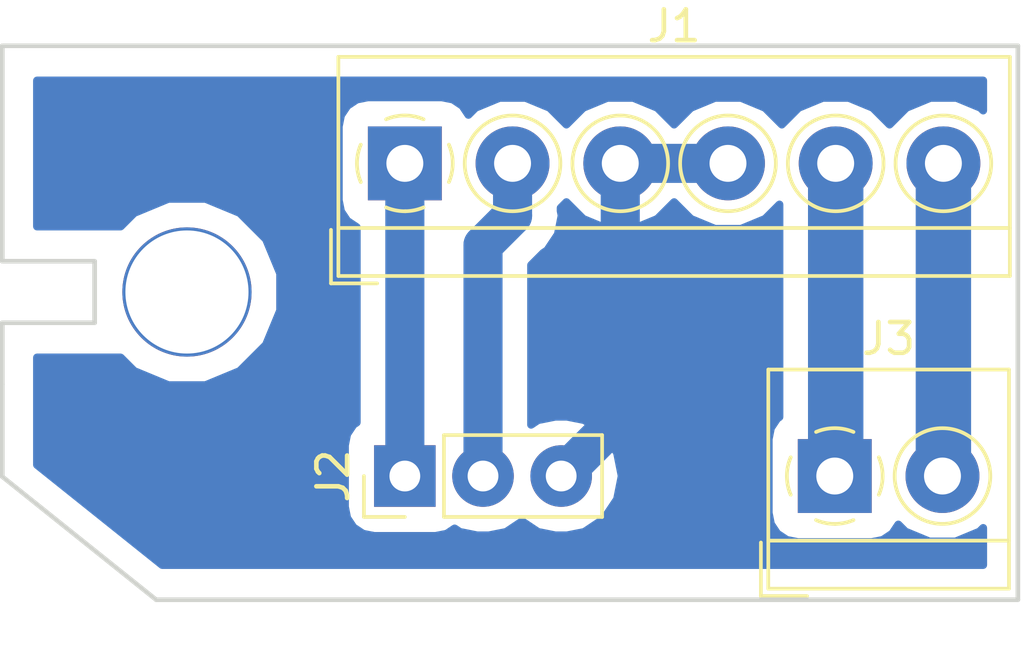
<source format=kicad_pcb>
(kicad_pcb (version 20171130) (host pcbnew "(5.0.1)-4")

  (general
    (thickness 1.6)
    (drawings 10)
    (tracks 13)
    (zones 0)
    (modules 3)
    (nets 6)
  )

  (page A4)
  (layers
    (0 F.Cu signal)
    (31 B.Cu signal)
    (32 B.Adhes user)
    (33 F.Adhes user)
    (34 B.Paste user)
    (35 F.Paste user)
    (36 B.SilkS user)
    (37 F.SilkS user)
    (38 B.Mask user)
    (39 F.Mask user)
    (40 Dwgs.User user)
    (41 Cmts.User user)
    (42 Eco1.User user)
    (43 Eco2.User user)
    (44 Edge.Cuts user)
    (45 Margin user)
    (46 B.CrtYd user)
    (47 F.CrtYd user)
    (48 B.Fab user)
    (49 F.Fab user)
  )

  (setup
    (last_trace_width 1.27)
    (trace_clearance 0.8)
    (zone_clearance 0.508)
    (zone_45_only no)
    (trace_min 0.2)
    (segment_width 0.2)
    (edge_width 0.15)
    (via_size 0.8)
    (via_drill 0.4)
    (via_min_size 0.4)
    (via_min_drill 0.3)
    (uvia_size 0.3)
    (uvia_drill 0.1)
    (uvias_allowed no)
    (uvia_min_size 0.2)
    (uvia_min_drill 0.1)
    (pcb_text_width 0.3)
    (pcb_text_size 1.5 1.5)
    (mod_edge_width 0.15)
    (mod_text_size 1 1)
    (mod_text_width 0.15)
    (pad_size 1.524 1.524)
    (pad_drill 0.762)
    (pad_to_mask_clearance 0.051)
    (solder_mask_min_width 0.25)
    (aux_axis_origin 119 98)
    (visible_elements 7FFFFFFF)
    (pcbplotparams
      (layerselection 0x01000_fffffffe)
      (usegerberextensions false)
      (usegerberattributes false)
      (usegerberadvancedattributes false)
      (creategerberjobfile false)
      (excludeedgelayer true)
      (linewidth 0.100000)
      (plotframeref false)
      (viasonmask false)
      (mode 1)
      (useauxorigin true)
      (hpglpennumber 1)
      (hpglpenspeed 20)
      (hpglpendiameter 15.000000)
      (psnegative false)
      (psa4output false)
      (plotreference true)
      (plotvalue true)
      (plotinvisibletext false)
      (padsonsilk false)
      (subtractmaskfromsilk false)
      (outputformat 1)
      (mirror false)
      (drillshape 0)
      (scaleselection 1)
      (outputdirectory "C:/Users/fabri/OneDrive/GitHub/Solar-connected-greenhouse/electronic_cards/Vmc_card/Vmc_card/"))
  )

  (net 0 "")
  (net 1 GND)
  (net 2 +24V)
  (net 3 "Net-(J1-Pad1)")
  (net 4 "Net-(J1-Pad2)")
  (net 5 "Net-(J1-Pad5)")

  (net_class Default "Ceci est la Netclass par défaut."
    (clearance 0.8)
    (trace_width 1.27)
    (via_dia 0.8)
    (via_drill 0.4)
    (uvia_dia 0.3)
    (uvia_drill 0.1)
    (add_net +24V)
    (add_net GND)
    (add_net "Net-(J1-Pad1)")
    (add_net "Net-(J1-Pad2)")
    (add_net "Net-(J1-Pad5)")
  )

  (module Connector_PinHeader_2.54mm:PinHeader_1x03_P2.54mm_Vertical (layer F.Cu) (tedit 5E2C569E) (tstamp 5E369827)
    (at 132.08 93.98 90)
    (descr "Through hole straight pin header, 1x03, 2.54mm pitch, single row")
    (tags "Through hole pin header THT 1x03 2.54mm single row")
    (path /5E2A0450)
    (fp_text reference J2 (at 0 -2.33 90) (layer F.SilkS)
      (effects (font (size 1 1) (thickness 0.15)))
    )
    (fp_text value Servo_flap (at 0 7.41 90) (layer F.Fab)
      (effects (font (size 1 1) (thickness 0.15)))
    )
    (fp_line (start -0.635 -1.27) (end 1.27 -1.27) (layer F.Fab) (width 0.1))
    (fp_line (start 1.27 -1.27) (end 1.27 6.35) (layer F.Fab) (width 0.1))
    (fp_line (start 1.27 6.35) (end -1.27 6.35) (layer F.Fab) (width 0.1))
    (fp_line (start -1.27 6.35) (end -1.27 -0.635) (layer F.Fab) (width 0.1))
    (fp_line (start -1.27 -0.635) (end -0.635 -1.27) (layer F.Fab) (width 0.1))
    (fp_line (start -1.33 6.41) (end 1.33 6.41) (layer F.SilkS) (width 0.12))
    (fp_line (start -1.33 1.27) (end -1.33 6.41) (layer F.SilkS) (width 0.12))
    (fp_line (start 1.33 1.27) (end 1.33 6.41) (layer F.SilkS) (width 0.12))
    (fp_line (start -1.33 1.27) (end 1.33 1.27) (layer F.SilkS) (width 0.12))
    (fp_line (start -1.33 0) (end -1.33 -1.33) (layer F.SilkS) (width 0.12))
    (fp_line (start -1.33 -1.33) (end 0 -1.33) (layer F.SilkS) (width 0.12))
    (fp_line (start -1.8 -1.8) (end -1.8 6.85) (layer F.CrtYd) (width 0.05))
    (fp_line (start -1.8 6.85) (end 1.8 6.85) (layer F.CrtYd) (width 0.05))
    (fp_line (start 1.8 6.85) (end 1.8 -1.8) (layer F.CrtYd) (width 0.05))
    (fp_line (start 1.8 -1.8) (end -1.8 -1.8) (layer F.CrtYd) (width 0.05))
    (fp_text user %R (at 0 2.54 180) (layer F.Fab)
      (effects (font (size 1 1) (thickness 0.15)))
    )
    (pad 1 thru_hole rect (at 0 0 90) (size 2 2) (drill 1) (layers *.Cu *.Mask)
      (net 3 "Net-(J1-Pad1)"))
    (pad 2 thru_hole oval (at 0 2.54 90) (size 2 2) (drill 1) (layers *.Cu *.Mask)
      (net 4 "Net-(J1-Pad2)"))
    (pad 3 thru_hole oval (at 0 5.08 90) (size 2 2) (drill 1) (layers *.Cu *.Mask)
      (net 1 GND))
    (model ${KISYS3DMOD}/Connector_PinHeader_2.54mm.3dshapes/PinHeader_1x03_P2.54mm_Vertical.wrl
      (at (xyz 0 0 0))
      (scale (xyz 1 1 1))
      (rotate (xyz 0 0 0))
    )
  )

  (module TerminalBlock_4Ucon:TerminalBlock_4Ucon_1x02_P3.50mm_Horizontal (layer F.Cu) (tedit 5B294E91) (tstamp 5E36985F)
    (at 146.05 93.98)
    (descr "Terminal Block 4Ucon ItemNo. 19963, 2 pins, pitch 3.5mm, size 7.7x7mm^2, drill diamater 1.2mm, pad diameter 2.4mm, see http://www.4uconnector.com/online/object/4udrawing/19963.pdf, script-generated using https://github.com/pointhi/kicad-footprint-generator/scripts/TerminalBlock_4Ucon")
    (tags "THT Terminal Block 4Ucon ItemNo. 19963 pitch 3.5mm size 7.7x7mm^2 drill 1.2mm pad 2.4mm")
    (path /5E2A0582)
    (fp_text reference J3 (at 1.75 -4.46) (layer F.SilkS)
      (effects (font (size 1 1) (thickness 0.15)))
    )
    (fp_text value Fan (at 1.75 4.66) (layer F.Fab)
      (effects (font (size 1 1) (thickness 0.15)))
    )
    (fp_text user %R (at 1.75 2.9) (layer F.Fab)
      (effects (font (size 1 1) (thickness 0.15)))
    )
    (fp_line (start 6.1 -3.9) (end -2.6 -3.9) (layer F.CrtYd) (width 0.05))
    (fp_line (start 6.1 4.1) (end 6.1 -3.9) (layer F.CrtYd) (width 0.05))
    (fp_line (start -2.6 4.1) (end 6.1 4.1) (layer F.CrtYd) (width 0.05))
    (fp_line (start -2.6 -3.9) (end -2.6 4.1) (layer F.CrtYd) (width 0.05))
    (fp_line (start -2.4 3.9) (end -0.9 3.9) (layer F.SilkS) (width 0.12))
    (fp_line (start -2.4 2.16) (end -2.4 3.9) (layer F.SilkS) (width 0.12))
    (fp_line (start 2.4 0.069) (end 2.4 -0.069) (layer F.Fab) (width 0.1))
    (fp_line (start 3.431 0.069) (end 2.4 0.069) (layer F.Fab) (width 0.1))
    (fp_line (start 3.431 1.1) (end 3.431 0.069) (layer F.Fab) (width 0.1))
    (fp_line (start 3.569 1.1) (end 3.431 1.1) (layer F.Fab) (width 0.1))
    (fp_line (start 3.569 0.069) (end 3.569 1.1) (layer F.Fab) (width 0.1))
    (fp_line (start 4.6 0.069) (end 3.569 0.069) (layer F.Fab) (width 0.1))
    (fp_line (start 4.6 -0.069) (end 4.6 0.069) (layer F.Fab) (width 0.1))
    (fp_line (start 3.569 -0.069) (end 4.6 -0.069) (layer F.Fab) (width 0.1))
    (fp_line (start 3.569 -1.1) (end 3.569 -0.069) (layer F.Fab) (width 0.1))
    (fp_line (start 3.431 -1.1) (end 3.569 -1.1) (layer F.Fab) (width 0.1))
    (fp_line (start 3.431 -0.069) (end 3.431 -1.1) (layer F.Fab) (width 0.1))
    (fp_line (start 2.4 -0.069) (end 3.431 -0.069) (layer F.Fab) (width 0.1))
    (fp_line (start -1.1 0.069) (end -1.1 -0.069) (layer F.Fab) (width 0.1))
    (fp_line (start -0.069 0.069) (end -1.1 0.069) (layer F.Fab) (width 0.1))
    (fp_line (start -0.069 1.1) (end -0.069 0.069) (layer F.Fab) (width 0.1))
    (fp_line (start 0.069 1.1) (end -0.069 1.1) (layer F.Fab) (width 0.1))
    (fp_line (start 0.069 0.069) (end 0.069 1.1) (layer F.Fab) (width 0.1))
    (fp_line (start 1.1 0.069) (end 0.069 0.069) (layer F.Fab) (width 0.1))
    (fp_line (start 1.1 -0.069) (end 1.1 0.069) (layer F.Fab) (width 0.1))
    (fp_line (start 0.069 -0.069) (end 1.1 -0.069) (layer F.Fab) (width 0.1))
    (fp_line (start 0.069 -1.1) (end 0.069 -0.069) (layer F.Fab) (width 0.1))
    (fp_line (start -0.069 -1.1) (end 0.069 -1.1) (layer F.Fab) (width 0.1))
    (fp_line (start -0.069 -0.069) (end -0.069 -1.1) (layer F.Fab) (width 0.1))
    (fp_line (start -1.1 -0.069) (end -0.069 -0.069) (layer F.Fab) (width 0.1))
    (fp_line (start 5.66 -3.46) (end 5.66 3.66) (layer F.SilkS) (width 0.12))
    (fp_line (start -2.16 -3.46) (end -2.16 3.66) (layer F.SilkS) (width 0.12))
    (fp_line (start -2.16 3.66) (end 5.66 3.66) (layer F.SilkS) (width 0.12))
    (fp_line (start -2.16 -3.46) (end 5.66 -3.46) (layer F.SilkS) (width 0.12))
    (fp_line (start -2.16 2.1) (end 5.66 2.1) (layer F.SilkS) (width 0.12))
    (fp_line (start -2.1 2.1) (end 5.6 2.1) (layer F.Fab) (width 0.1))
    (fp_line (start -2.1 2.1) (end -2.1 -3.4) (layer F.Fab) (width 0.1))
    (fp_line (start -0.6 3.6) (end -2.1 2.1) (layer F.Fab) (width 0.1))
    (fp_line (start 5.6 3.6) (end -0.6 3.6) (layer F.Fab) (width 0.1))
    (fp_line (start 5.6 -3.4) (end 5.6 3.6) (layer F.Fab) (width 0.1))
    (fp_line (start -2.1 -3.4) (end 5.6 -3.4) (layer F.Fab) (width 0.1))
    (fp_circle (center 3.5 0) (end 5.055 0) (layer F.SilkS) (width 0.12))
    (fp_circle (center 3.5 0) (end 4.875 0) (layer F.Fab) (width 0.1))
    (fp_circle (center 0 0) (end 1.375 0) (layer F.Fab) (width 0.1))
    (fp_arc (start 0 0) (end -0.608 1.432) (angle -24) (layer F.SilkS) (width 0.12))
    (fp_arc (start 0 0) (end -1.432 -0.608) (angle -46) (layer F.SilkS) (width 0.12))
    (fp_arc (start 0 0) (end 0.608 -1.432) (angle -46) (layer F.SilkS) (width 0.12))
    (fp_arc (start 0 0) (end 1.432 0.608) (angle -46) (layer F.SilkS) (width 0.12))
    (fp_arc (start 0 0) (end 0 1.555) (angle -23) (layer F.SilkS) (width 0.12))
    (pad 2 thru_hole circle (at 3.5 0) (size 2.4 2.4) (drill 1.2) (layers *.Cu *.Mask)
      (net 2 +24V))
    (pad 1 thru_hole rect (at 0 0) (size 2.4 2.4) (drill 1.2) (layers *.Cu *.Mask)
      (net 5 "Net-(J1-Pad5)"))
    (model ${KISYS3DMOD}/TerminalBlock_4Ucon.3dshapes/TerminalBlock_4Ucon_1x02_P3.50mm_Horizontal.wrl
      (at (xyz 0 0 0))
      (scale (xyz 1 1 1))
      (rotate (xyz 0 0 0))
    )
  )

  (module TerminalBlock_4Ucon:TerminalBlock_4Ucon_1x06_P3.50mm_Horizontal (layer F.Cu) (tedit 5B294E92) (tstamp 5E3A028A)
    (at 132.08 83.82)
    (descr "Terminal Block 4Ucon ItemNo. 19964, 6 pins, pitch 3.5mm, size 21.7x7mm^2, drill diamater 1.2mm, pad diameter 2.4mm, see http://www.4uconnector.com/online/object/4udrawing/19964.pdf, script-generated using https://github.com/pointhi/kicad-footprint-generator/scripts/TerminalBlock_4Ucon")
    (tags "THT Terminal Block 4Ucon ItemNo. 19964 pitch 3.5mm size 21.7x7mm^2 drill 1.2mm pad 2.4mm")
    (path /5E2A04F7)
    (fp_text reference J1 (at 8.75 -4.46) (layer F.SilkS)
      (effects (font (size 1 1) (thickness 0.15)))
    )
    (fp_text value Input (at 8.75 4.66) (layer F.Fab)
      (effects (font (size 1 1) (thickness 0.15)))
    )
    (fp_arc (start 0 0) (end 0 1.555) (angle -23) (layer F.SilkS) (width 0.12))
    (fp_arc (start 0 0) (end 1.432 0.608) (angle -46) (layer F.SilkS) (width 0.12))
    (fp_arc (start 0 0) (end 0.608 -1.432) (angle -46) (layer F.SilkS) (width 0.12))
    (fp_arc (start 0 0) (end -1.432 -0.608) (angle -46) (layer F.SilkS) (width 0.12))
    (fp_arc (start 0 0) (end -0.608 1.432) (angle -24) (layer F.SilkS) (width 0.12))
    (fp_circle (center 0 0) (end 1.375 0) (layer F.Fab) (width 0.1))
    (fp_circle (center 3.5 0) (end 4.875 0) (layer F.Fab) (width 0.1))
    (fp_circle (center 3.5 0) (end 5.055 0) (layer F.SilkS) (width 0.12))
    (fp_circle (center 7 0) (end 8.375 0) (layer F.Fab) (width 0.1))
    (fp_circle (center 7 0) (end 8.555 0) (layer F.SilkS) (width 0.12))
    (fp_circle (center 10.5 0) (end 11.875 0) (layer F.Fab) (width 0.1))
    (fp_circle (center 10.5 0) (end 12.055 0) (layer F.SilkS) (width 0.12))
    (fp_circle (center 14 0) (end 15.375 0) (layer F.Fab) (width 0.1))
    (fp_circle (center 14 0) (end 15.555 0) (layer F.SilkS) (width 0.12))
    (fp_circle (center 17.5 0) (end 18.875 0) (layer F.Fab) (width 0.1))
    (fp_circle (center 17.5 0) (end 19.055 0) (layer F.SilkS) (width 0.12))
    (fp_line (start -2.1 -3.4) (end 19.6 -3.4) (layer F.Fab) (width 0.1))
    (fp_line (start 19.6 -3.4) (end 19.6 3.6) (layer F.Fab) (width 0.1))
    (fp_line (start 19.6 3.6) (end -0.6 3.6) (layer F.Fab) (width 0.1))
    (fp_line (start -0.6 3.6) (end -2.1 2.1) (layer F.Fab) (width 0.1))
    (fp_line (start -2.1 2.1) (end -2.1 -3.4) (layer F.Fab) (width 0.1))
    (fp_line (start -2.1 2.1) (end 19.6 2.1) (layer F.Fab) (width 0.1))
    (fp_line (start -2.16 2.1) (end 19.66 2.1) (layer F.SilkS) (width 0.12))
    (fp_line (start -2.16 -3.46) (end 19.66 -3.46) (layer F.SilkS) (width 0.12))
    (fp_line (start -2.16 3.66) (end 19.66 3.66) (layer F.SilkS) (width 0.12))
    (fp_line (start -2.16 -3.46) (end -2.16 3.66) (layer F.SilkS) (width 0.12))
    (fp_line (start 19.66 -3.46) (end 19.66 3.66) (layer F.SilkS) (width 0.12))
    (fp_line (start -1.1 -0.069) (end -0.069 -0.069) (layer F.Fab) (width 0.1))
    (fp_line (start -0.069 -0.069) (end -0.069 -1.1) (layer F.Fab) (width 0.1))
    (fp_line (start -0.069 -1.1) (end 0.069 -1.1) (layer F.Fab) (width 0.1))
    (fp_line (start 0.069 -1.1) (end 0.069 -0.069) (layer F.Fab) (width 0.1))
    (fp_line (start 0.069 -0.069) (end 1.1 -0.069) (layer F.Fab) (width 0.1))
    (fp_line (start 1.1 -0.069) (end 1.1 0.069) (layer F.Fab) (width 0.1))
    (fp_line (start 1.1 0.069) (end 0.069 0.069) (layer F.Fab) (width 0.1))
    (fp_line (start 0.069 0.069) (end 0.069 1.1) (layer F.Fab) (width 0.1))
    (fp_line (start 0.069 1.1) (end -0.069 1.1) (layer F.Fab) (width 0.1))
    (fp_line (start -0.069 1.1) (end -0.069 0.069) (layer F.Fab) (width 0.1))
    (fp_line (start -0.069 0.069) (end -1.1 0.069) (layer F.Fab) (width 0.1))
    (fp_line (start -1.1 0.069) (end -1.1 -0.069) (layer F.Fab) (width 0.1))
    (fp_line (start 2.4 -0.069) (end 3.431 -0.069) (layer F.Fab) (width 0.1))
    (fp_line (start 3.431 -0.069) (end 3.431 -1.1) (layer F.Fab) (width 0.1))
    (fp_line (start 3.431 -1.1) (end 3.569 -1.1) (layer F.Fab) (width 0.1))
    (fp_line (start 3.569 -1.1) (end 3.569 -0.069) (layer F.Fab) (width 0.1))
    (fp_line (start 3.569 -0.069) (end 4.6 -0.069) (layer F.Fab) (width 0.1))
    (fp_line (start 4.6 -0.069) (end 4.6 0.069) (layer F.Fab) (width 0.1))
    (fp_line (start 4.6 0.069) (end 3.569 0.069) (layer F.Fab) (width 0.1))
    (fp_line (start 3.569 0.069) (end 3.569 1.1) (layer F.Fab) (width 0.1))
    (fp_line (start 3.569 1.1) (end 3.431 1.1) (layer F.Fab) (width 0.1))
    (fp_line (start 3.431 1.1) (end 3.431 0.069) (layer F.Fab) (width 0.1))
    (fp_line (start 3.431 0.069) (end 2.4 0.069) (layer F.Fab) (width 0.1))
    (fp_line (start 2.4 0.069) (end 2.4 -0.069) (layer F.Fab) (width 0.1))
    (fp_line (start 5.9 -0.069) (end 6.931 -0.069) (layer F.Fab) (width 0.1))
    (fp_line (start 6.931 -0.069) (end 6.931 -1.1) (layer F.Fab) (width 0.1))
    (fp_line (start 6.931 -1.1) (end 7.069 -1.1) (layer F.Fab) (width 0.1))
    (fp_line (start 7.069 -1.1) (end 7.069 -0.069) (layer F.Fab) (width 0.1))
    (fp_line (start 7.069 -0.069) (end 8.1 -0.069) (layer F.Fab) (width 0.1))
    (fp_line (start 8.1 -0.069) (end 8.1 0.069) (layer F.Fab) (width 0.1))
    (fp_line (start 8.1 0.069) (end 7.069 0.069) (layer F.Fab) (width 0.1))
    (fp_line (start 7.069 0.069) (end 7.069 1.1) (layer F.Fab) (width 0.1))
    (fp_line (start 7.069 1.1) (end 6.931 1.1) (layer F.Fab) (width 0.1))
    (fp_line (start 6.931 1.1) (end 6.931 0.069) (layer F.Fab) (width 0.1))
    (fp_line (start 6.931 0.069) (end 5.9 0.069) (layer F.Fab) (width 0.1))
    (fp_line (start 5.9 0.069) (end 5.9 -0.069) (layer F.Fab) (width 0.1))
    (fp_line (start 9.4 -0.069) (end 10.431 -0.069) (layer F.Fab) (width 0.1))
    (fp_line (start 10.431 -0.069) (end 10.431 -1.1) (layer F.Fab) (width 0.1))
    (fp_line (start 10.431 -1.1) (end 10.569 -1.1) (layer F.Fab) (width 0.1))
    (fp_line (start 10.569 -1.1) (end 10.569 -0.069) (layer F.Fab) (width 0.1))
    (fp_line (start 10.569 -0.069) (end 11.6 -0.069) (layer F.Fab) (width 0.1))
    (fp_line (start 11.6 -0.069) (end 11.6 0.069) (layer F.Fab) (width 0.1))
    (fp_line (start 11.6 0.069) (end 10.569 0.069) (layer F.Fab) (width 0.1))
    (fp_line (start 10.569 0.069) (end 10.569 1.1) (layer F.Fab) (width 0.1))
    (fp_line (start 10.569 1.1) (end 10.431 1.1) (layer F.Fab) (width 0.1))
    (fp_line (start 10.431 1.1) (end 10.431 0.069) (layer F.Fab) (width 0.1))
    (fp_line (start 10.431 0.069) (end 9.4 0.069) (layer F.Fab) (width 0.1))
    (fp_line (start 9.4 0.069) (end 9.4 -0.069) (layer F.Fab) (width 0.1))
    (fp_line (start 12.9 -0.069) (end 13.931 -0.069) (layer F.Fab) (width 0.1))
    (fp_line (start 13.931 -0.069) (end 13.931 -1.1) (layer F.Fab) (width 0.1))
    (fp_line (start 13.931 -1.1) (end 14.069 -1.1) (layer F.Fab) (width 0.1))
    (fp_line (start 14.069 -1.1) (end 14.069 -0.069) (layer F.Fab) (width 0.1))
    (fp_line (start 14.069 -0.069) (end 15.1 -0.069) (layer F.Fab) (width 0.1))
    (fp_line (start 15.1 -0.069) (end 15.1 0.069) (layer F.Fab) (width 0.1))
    (fp_line (start 15.1 0.069) (end 14.069 0.069) (layer F.Fab) (width 0.1))
    (fp_line (start 14.069 0.069) (end 14.069 1.1) (layer F.Fab) (width 0.1))
    (fp_line (start 14.069 1.1) (end 13.931 1.1) (layer F.Fab) (width 0.1))
    (fp_line (start 13.931 1.1) (end 13.931 0.069) (layer F.Fab) (width 0.1))
    (fp_line (start 13.931 0.069) (end 12.9 0.069) (layer F.Fab) (width 0.1))
    (fp_line (start 12.9 0.069) (end 12.9 -0.069) (layer F.Fab) (width 0.1))
    (fp_line (start 16.4 -0.069) (end 17.431 -0.069) (layer F.Fab) (width 0.1))
    (fp_line (start 17.431 -0.069) (end 17.431 -1.1) (layer F.Fab) (width 0.1))
    (fp_line (start 17.431 -1.1) (end 17.569 -1.1) (layer F.Fab) (width 0.1))
    (fp_line (start 17.569 -1.1) (end 17.569 -0.069) (layer F.Fab) (width 0.1))
    (fp_line (start 17.569 -0.069) (end 18.6 -0.069) (layer F.Fab) (width 0.1))
    (fp_line (start 18.6 -0.069) (end 18.6 0.069) (layer F.Fab) (width 0.1))
    (fp_line (start 18.6 0.069) (end 17.569 0.069) (layer F.Fab) (width 0.1))
    (fp_line (start 17.569 0.069) (end 17.569 1.1) (layer F.Fab) (width 0.1))
    (fp_line (start 17.569 1.1) (end 17.431 1.1) (layer F.Fab) (width 0.1))
    (fp_line (start 17.431 1.1) (end 17.431 0.069) (layer F.Fab) (width 0.1))
    (fp_line (start 17.431 0.069) (end 16.4 0.069) (layer F.Fab) (width 0.1))
    (fp_line (start 16.4 0.069) (end 16.4 -0.069) (layer F.Fab) (width 0.1))
    (fp_line (start -2.4 2.16) (end -2.4 3.9) (layer F.SilkS) (width 0.12))
    (fp_line (start -2.4 3.9) (end -0.9 3.9) (layer F.SilkS) (width 0.12))
    (fp_line (start -2.6 -3.9) (end -2.6 4.1) (layer F.CrtYd) (width 0.05))
    (fp_line (start -2.6 4.1) (end 20.1 4.1) (layer F.CrtYd) (width 0.05))
    (fp_line (start 20.1 4.1) (end 20.1 -3.9) (layer F.CrtYd) (width 0.05))
    (fp_line (start 20.1 -3.9) (end -2.6 -3.9) (layer F.CrtYd) (width 0.05))
    (fp_text user %R (at 8.75 2.9) (layer F.Fab)
      (effects (font (size 1 1) (thickness 0.15)))
    )
    (pad 1 thru_hole rect (at 0 0) (size 2.4 2.4) (drill 1.2) (layers *.Cu *.Mask)
      (net 3 "Net-(J1-Pad1)"))
    (pad 2 thru_hole circle (at 3.5 0) (size 2.4 2.4) (drill 1.2) (layers *.Cu *.Mask)
      (net 4 "Net-(J1-Pad2)"))
    (pad 3 thru_hole circle (at 7 0) (size 2.4 2.4) (drill 1.2) (layers *.Cu *.Mask)
      (net 1 GND))
    (pad 4 thru_hole circle (at 10.5 0) (size 2.4 2.4) (drill 1.2) (layers *.Cu *.Mask)
      (net 1 GND))
    (pad 5 thru_hole circle (at 14 0) (size 2.4 2.4) (drill 1.2) (layers *.Cu *.Mask)
      (net 5 "Net-(J1-Pad5)"))
    (pad 6 thru_hole circle (at 17.5 0) (size 2.4 2.4) (drill 1.2) (layers *.Cu *.Mask)
      (net 2 +24V))
    (model ${KISYS3DMOD}/TerminalBlock_4Ucon.3dshapes/TerminalBlock_4Ucon_1x06_P3.50mm_Horizontal.wrl
      (at (xyz 0 0 0))
      (scale (xyz 1 1 1))
      (rotate (xyz 0 0 0))
    )
  )

  (gr_line (start 119 87) (end 122 87) (layer Edge.Cuts) (width 0.15))
  (gr_line (start 119 80) (end 119 87) (layer Edge.Cuts) (width 0.15))
  (gr_line (start 152 80) (end 119 80) (layer Edge.Cuts) (width 0.15))
  (gr_line (start 152 98) (end 152 80) (layer Edge.Cuts) (width 0.15))
  (gr_line (start 124 98) (end 152 98) (layer Edge.Cuts) (width 0.15))
  (gr_line (start 119 94) (end 124 98) (layer Edge.Cuts) (width 0.15))
  (gr_line (start 119 91) (end 119 94) (layer Edge.Cuts) (width 0.15))
  (gr_line (start 119 89) (end 119 91) (layer Edge.Cuts) (width 0.15))
  (gr_line (start 122 89) (end 119 89) (layer Edge.Cuts) (width 0.15))
  (gr_line (start 122 87) (end 122 89) (layer Edge.Cuts) (width 0.15))

  (via (at 125 88) (size 4.2) (drill 4) (layers F.Cu B.Cu) (net 0))
  (segment (start 139.08 92.06) (end 137.16 93.98) (width 1.27) (layer B.Cu) (net 1))
  (segment (start 139.08 83.82) (end 139.08 92.06) (width 1.27) (layer B.Cu) (net 1))
  (segment (start 142.58 83.82) (end 139.08 83.82) (width 1.27) (layer B.Cu) (net 1))
  (segment (start 149.58 93.95) (end 149.55 93.98) (width 1.27) (layer B.Cu) (net 2))
  (segment (start 149.58 83.82) (end 149.58 93.95) (width 1.8) (layer B.Cu) (net 2))
  (segment (start 132.08 83.82) (end 132.08 93.98) (width 1.27) (layer B.Cu) (net 3))
  (segment (start 134.62 92.565787) (end 134.62 93.98) (width 1.27) (layer B.Cu) (net 4))
  (segment (start 134.62 86.477056) (end 134.62 92.565787) (width 1.27) (layer B.Cu) (net 4))
  (segment (start 135.58 85.517056) (end 134.62 86.477056) (width 1.27) (layer B.Cu) (net 4))
  (segment (start 135.58 83.82) (end 135.58 85.517056) (width 1.27) (layer B.Cu) (net 4))
  (segment (start 146.08 93.95) (end 146.05 93.98) (width 1.27) (layer B.Cu) (net 5))
  (segment (start 146.08 83.82) (end 146.08 93.95) (width 1.8) (layer B.Cu) (net 5))

  (zone (net 1) (net_name GND) (layer B.Cu) (tstamp 5E3A0458) (hatch edge 0.508)
    (connect_pads no (clearance 0.8))
    (min_thickness 0.254)
    (fill yes (arc_segments 16) (thermal_gap 0.508) (thermal_bridge_width 0.508))
    (polygon
      (pts
        (xy 120 81) (xy 151 81) (xy 151 97) (xy 124 97) (xy 120 94)
        (xy 120 90) (xy 123 90) (xy 123 86) (xy 120 86)
      )
    )
    (filled_polygon
      (pts
        (xy 150.873 82.104969) (xy 150.784848 82.016817) (xy 150.003087 81.693) (xy 149.156913 81.693) (xy 148.375152 82.016817)
        (xy 147.83 82.561969) (xy 147.284848 82.016817) (xy 146.503087 81.693) (xy 145.656913 81.693) (xy 144.875152 82.016817)
        (xy 144.33 82.561969) (xy 143.784848 82.016817) (xy 143.003087 81.693) (xy 142.156913 81.693) (xy 141.375152 82.016817)
        (xy 140.83 82.561969) (xy 140.284848 82.016817) (xy 139.503087 81.693) (xy 138.656913 81.693) (xy 137.875152 82.016817)
        (xy 137.33 82.561969) (xy 136.784848 82.016817) (xy 136.003087 81.693) (xy 135.156913 81.693) (xy 134.375152 82.016817)
        (xy 134.145385 82.246584) (xy 133.94833 81.95167) (xy 133.641697 81.746785) (xy 133.28 81.674839) (xy 130.88 81.674839)
        (xy 130.518303 81.746785) (xy 130.21167 81.95167) (xy 130.006785 82.258303) (xy 129.934839 82.62) (xy 129.934839 85.02)
        (xy 130.006785 85.381697) (xy 130.21167 85.68833) (xy 130.518 85.893013) (xy 130.518001 92.240622) (xy 130.41167 92.31167)
        (xy 130.206785 92.618303) (xy 130.134839 92.98) (xy 130.134839 94.98) (xy 130.206785 95.341697) (xy 130.41167 95.64833)
        (xy 130.718303 95.853215) (xy 131.08 95.925161) (xy 133.08 95.925161) (xy 133.441697 95.853215) (xy 133.698327 95.681741)
        (xy 133.868122 95.795194) (xy 134.430208 95.907) (xy 134.809792 95.907) (xy 135.371878 95.795194) (xy 135.89 95.448995)
        (xy 136.408122 95.795194) (xy 136.970208 95.907) (xy 137.349792 95.907) (xy 137.911878 95.795194) (xy 138.549289 95.369289)
        (xy 138.975194 94.731878) (xy 139.124752 93.98) (xy 138.975194 93.228122) (xy 138.549289 92.590711) (xy 137.911878 92.164806)
        (xy 137.349792 92.053) (xy 136.970208 92.053) (xy 136.408122 92.164806) (xy 136.182 92.315896) (xy 136.182 87.124056)
        (xy 136.575714 86.730342) (xy 136.706139 86.643195) (xy 137.051371 86.126518) (xy 137.083467 85.965161) (xy 137.172601 85.517057)
        (xy 137.142 85.363216) (xy 137.142 85.266031) (xy 137.33 85.078031) (xy 137.875152 85.623183) (xy 138.656913 85.947)
        (xy 139.503087 85.947) (xy 140.284848 85.623183) (xy 140.83 85.078031) (xy 141.375152 85.623183) (xy 142.156913 85.947)
        (xy 143.003087 85.947) (xy 143.784848 85.623183) (xy 144.253 85.155031) (xy 144.253001 92.064008) (xy 144.18167 92.11167)
        (xy 143.976785 92.418303) (xy 143.904839 92.78) (xy 143.904839 95.18) (xy 143.976785 95.541697) (xy 144.18167 95.84833)
        (xy 144.488303 96.053215) (xy 144.85 96.125161) (xy 147.25 96.125161) (xy 147.611697 96.053215) (xy 147.91833 95.84833)
        (xy 148.115385 95.553416) (xy 148.345152 95.783183) (xy 149.126913 96.107) (xy 149.973087 96.107) (xy 150.754848 95.783183)
        (xy 150.873 95.665031) (xy 150.873 96.873) (xy 124.195232 96.873) (xy 120.127 93.618415) (xy 120.127 90.127)
        (xy 122.846176 90.127) (xy 123.285342 90.566166) (xy 124.397892 91.027) (xy 125.602108 91.027) (xy 126.714658 90.566166)
        (xy 127.566166 89.714658) (xy 128.027 88.602108) (xy 128.027 87.397892) (xy 127.566166 86.285342) (xy 126.714658 85.433834)
        (xy 125.602108 84.973) (xy 124.397892 84.973) (xy 123.285342 85.433834) (xy 122.846176 85.873) (xy 120.127 85.873)
        (xy 120.127 81.127) (xy 150.873 81.127)
      )
    )
  )
)

</source>
